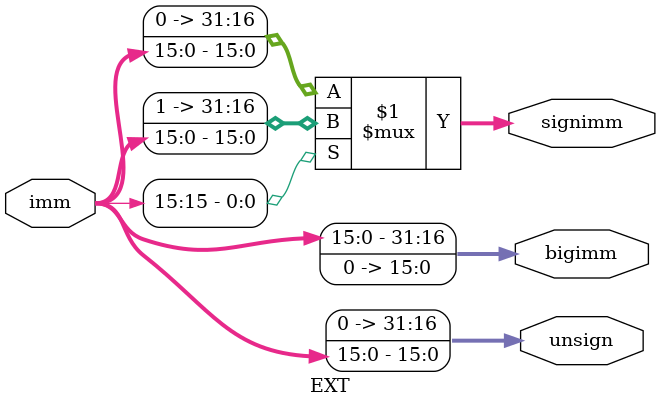
<source format=v>
`timescale 1ns / 1ps
module EXT(
    input [15:0] imm,
	 output [31:0] signimm,
	 output [31:0] unsign,
	 output [31:0] bigimm
    );
assign signimm=(imm[15])?{{16{1'b1}},imm}:{{16{1'b0}},imm};
assign unsign={{16{1'b0}},imm};
assign bigimm=({{16{1'b0}},imm}<<16);

endmodule

</source>
